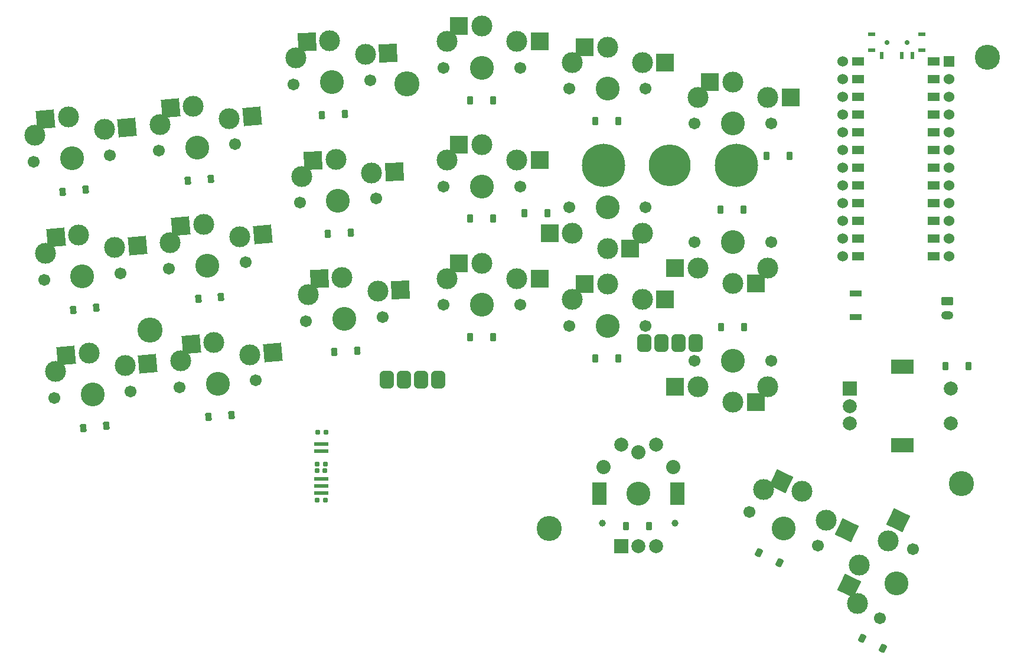
<source format=gbs>
G04 #@! TF.GenerationSoftware,KiCad,Pcbnew,8.0.5*
G04 #@! TF.CreationDate,2024-10-04T22:09:34+02:00*
G04 #@! TF.ProjectId,hookah,686f6f6b-6168-42e6-9b69-6361645f7063,1*
G04 #@! TF.SameCoordinates,Original*
G04 #@! TF.FileFunction,Soldermask,Bot*
G04 #@! TF.FilePolarity,Negative*
%FSLAX46Y46*%
G04 Gerber Fmt 4.6, Leading zero omitted, Abs format (unit mm)*
G04 Created by KiCad (PCBNEW 8.0.5) date 2024-10-04 22:09:34*
%MOMM*%
%LPD*%
G01*
G04 APERTURE LIST*
G04 Aperture macros list*
%AMRoundRect*
0 Rectangle with rounded corners*
0 $1 Rounding radius*
0 $2 $3 $4 $5 $6 $7 $8 $9 X,Y pos of 4 corners*
0 Add a 4 corners polygon primitive as box body*
4,1,4,$2,$3,$4,$5,$6,$7,$8,$9,$2,$3,0*
0 Add four circle primitives for the rounded corners*
1,1,$1+$1,$2,$3*
1,1,$1+$1,$4,$5*
1,1,$1+$1,$6,$7*
1,1,$1+$1,$8,$9*
0 Add four rect primitives between the rounded corners*
20,1,$1+$1,$2,$3,$4,$5,0*
20,1,$1+$1,$4,$5,$6,$7,0*
20,1,$1+$1,$6,$7,$8,$9,0*
20,1,$1+$1,$8,$9,$2,$3,0*%
%AMRotRect*
0 Rectangle, with rotation*
0 The origin of the aperture is its center*
0 $1 length*
0 $2 width*
0 $3 Rotation angle, in degrees counterclockwise*
0 Add horizontal line*
21,1,$1,$2,0,0,$3*%
%AMFreePoly0*
4,1,6,0.600000,0.200000,0.000000,-0.400000,-0.600000,0.200000,-0.600000,0.400000,0.600000,0.400000,0.600000,0.200000,0.600000,0.200000,$1*%
%AMFreePoly1*
4,1,6,0.600000,-0.250000,-0.600000,-0.250000,-0.600000,1.000000,0.000000,0.400000,0.600000,1.000000,0.600000,-0.250000,0.600000,-0.250000,$1*%
G04 Aperture macros list end*
%ADD10C,0.200000*%
%ADD11RoundRect,0.225000X0.225000X0.375000X-0.225000X0.375000X-0.225000X-0.375000X0.225000X-0.375000X0*%
%ADD12C,1.701800*%
%ADD13C,3.000000*%
%ADD14C,3.429000*%
%ADD15R,2.600000X2.600000*%
%ADD16RotRect,2.600000X2.600000X244.000000*%
%ADD17RoundRect,0.225000X0.191460X0.393183X-0.256827X0.353963X-0.191460X-0.393183X0.256827X-0.353963X0*%
%ADD18RoundRect,0.225000X0.366618X0.238414X-0.037839X0.435681X-0.366618X-0.238414X0.037839X-0.435681X0*%
%ADD19RotRect,2.600000X2.600000X183.000000*%
%ADD20R,2.000000X2.000000*%
%ADD21C,2.000000*%
%ADD22R,3.200000X2.000000*%
%ADD23RotRect,2.600000X2.600000X185.000000*%
%ADD24C,3.600000*%
%ADD25C,1.524000*%
%ADD26R,1.524000X1.524000*%
%ADD27FreePoly0,270.000000*%
%ADD28FreePoly0,90.000000*%
%ADD29FreePoly1,90.000000*%
%ADD30FreePoly1,270.000000*%
%ADD31R,2.000000X3.200000*%
%ADD32C,0.700000*%
%ADD33RotRect,2.600000X2.600000X154.000000*%
%ADD34RoundRect,0.225000X0.205066X0.386262X-0.244318X0.362710X-0.205066X-0.386262X0.244318X-0.362710X0*%
%ADD35RoundRect,0.225000X0.231510X0.371016X-0.218421X0.378870X-0.231510X-0.371016X0.218421X-0.378870X0*%
%ADD36RoundRect,0.250000X-0.625000X0.350000X-0.625000X-0.350000X0.625000X-0.350000X0.625000X0.350000X0*%
%ADD37O,1.750000X1.200000*%
%ADD38C,6.200000*%
%ADD39C,6.000000*%
%ADD40RoundRect,0.500000X0.500000X-0.750000X0.500000X0.750000X-0.500000X0.750000X-0.500000X-0.750000X0*%
%ADD41C,0.990600*%
%ADD42C,2.032000*%
%ADD43RoundRect,0.160000X-0.197500X-0.160000X0.197500X-0.160000X0.197500X0.160000X-0.197500X0.160000X0*%
%ADD44R,1.000000X0.600000*%
%ADD45R,1.100000X0.600000*%
%ADD46R,0.600000X1.000000*%
%ADD47RoundRect,0.155000X0.212500X0.155000X-0.212500X0.155000X-0.212500X-0.155000X0.212500X-0.155000X0*%
%ADD48R,2.000000X0.610000*%
%ADD49RoundRect,0.160000X0.197500X0.160000X-0.197500X0.160000X-0.197500X-0.160000X0.197500X-0.160000X0*%
%ADD50R,1.700000X0.900000*%
G04 APERTURE END LIST*
D10*
X178663786Y-42304555D02*
X177647786Y-42304555D01*
X177647786Y-41288555D01*
X178663786Y-41288555D01*
X178663786Y-42304555D01*
G36*
X178663786Y-42304555D02*
G01*
X177647786Y-42304555D01*
X177647786Y-41288555D01*
X178663786Y-41288555D01*
X178663786Y-42304555D01*
G37*
X178663786Y-44844555D02*
X177647786Y-44844555D01*
X177647786Y-43828555D01*
X178663786Y-43828555D01*
X178663786Y-44844555D01*
G36*
X178663786Y-44844555D02*
G01*
X177647786Y-44844555D01*
X177647786Y-43828555D01*
X178663786Y-43828555D01*
X178663786Y-44844555D01*
G37*
X178663786Y-47384555D02*
X177647786Y-47384555D01*
X177647786Y-46368555D01*
X178663786Y-46368555D01*
X178663786Y-47384555D01*
G36*
X178663786Y-47384555D02*
G01*
X177647786Y-47384555D01*
X177647786Y-46368555D01*
X178663786Y-46368555D01*
X178663786Y-47384555D01*
G37*
X178663786Y-49924555D02*
X177647786Y-49924555D01*
X177647786Y-48908555D01*
X178663786Y-48908555D01*
X178663786Y-49924555D01*
G36*
X178663786Y-49924555D02*
G01*
X177647786Y-49924555D01*
X177647786Y-48908555D01*
X178663786Y-48908555D01*
X178663786Y-49924555D01*
G37*
X178663786Y-52464555D02*
X177647786Y-52464555D01*
X177647786Y-51448555D01*
X178663786Y-51448555D01*
X178663786Y-52464555D01*
G36*
X178663786Y-52464555D02*
G01*
X177647786Y-52464555D01*
X177647786Y-51448555D01*
X178663786Y-51448555D01*
X178663786Y-52464555D01*
G37*
X178663786Y-55004554D02*
X177647786Y-55004555D01*
X177647786Y-53988555D01*
X178663786Y-53988555D01*
X178663786Y-55004554D01*
G36*
X178663786Y-55004554D02*
G01*
X177647786Y-55004555D01*
X177647786Y-53988555D01*
X178663786Y-53988555D01*
X178663786Y-55004554D01*
G37*
X178663786Y-57544555D02*
X177647786Y-57544555D01*
X177647786Y-56528555D01*
X178663786Y-56528555D01*
X178663786Y-57544555D01*
G36*
X178663786Y-57544555D02*
G01*
X177647786Y-57544555D01*
X177647786Y-56528555D01*
X178663786Y-56528555D01*
X178663786Y-57544555D01*
G37*
X178663786Y-60084555D02*
X177647786Y-60084555D01*
X177647786Y-59068555D01*
X178663786Y-59068555D01*
X178663786Y-60084555D01*
G36*
X178663786Y-60084555D02*
G01*
X177647786Y-60084555D01*
X177647786Y-59068555D01*
X178663786Y-59068555D01*
X178663786Y-60084555D01*
G37*
X178663786Y-62624555D02*
X177647786Y-62624555D01*
X177647786Y-61608555D01*
X178663786Y-61608555D01*
X178663786Y-62624555D01*
G36*
X178663786Y-62624555D02*
G01*
X177647786Y-62624555D01*
X177647786Y-61608555D01*
X178663786Y-61608555D01*
X178663786Y-62624555D01*
G37*
X178663786Y-65164555D02*
X177647786Y-65164555D01*
X177647786Y-64148555D01*
X178663786Y-64148555D01*
X178663786Y-65164555D01*
G36*
X178663786Y-65164555D02*
G01*
X177647786Y-65164555D01*
X177647786Y-64148555D01*
X178663786Y-64148555D01*
X178663786Y-65164555D01*
G37*
X178663786Y-67704555D02*
X177647786Y-67704555D01*
X177647786Y-66688555D01*
X178663786Y-66688555D01*
X178663786Y-67704555D01*
G36*
X178663786Y-67704555D02*
G01*
X177647786Y-67704555D01*
X177647786Y-66688555D01*
X178663786Y-66688555D01*
X178663786Y-67704555D01*
G37*
X178663786Y-70244555D02*
X177647786Y-70244555D01*
X177647786Y-69228555D01*
X178663786Y-69228555D01*
X178663786Y-70244555D01*
G36*
X178663786Y-70244555D02*
G01*
X177647786Y-70244555D01*
X177647786Y-69228555D01*
X178663786Y-69228555D01*
X178663786Y-70244555D01*
G37*
X189839786Y-42304555D02*
X188823786Y-42304555D01*
X188823786Y-41288555D01*
X189839786Y-41288555D01*
X189839786Y-42304555D01*
G36*
X189839786Y-42304555D02*
G01*
X188823786Y-42304555D01*
X188823786Y-41288555D01*
X189839786Y-41288555D01*
X189839786Y-42304555D01*
G37*
X189839786Y-44844555D02*
X188823786Y-44844555D01*
X188823786Y-43828555D01*
X189839786Y-43828555D01*
X189839786Y-44844555D01*
G36*
X189839786Y-44844555D02*
G01*
X188823786Y-44844555D01*
X188823786Y-43828555D01*
X189839786Y-43828555D01*
X189839786Y-44844555D01*
G37*
X189839786Y-47384555D02*
X188823786Y-47384555D01*
X188823786Y-46368555D01*
X189839786Y-46368555D01*
X189839786Y-47384555D01*
G36*
X189839786Y-47384555D02*
G01*
X188823786Y-47384555D01*
X188823786Y-46368555D01*
X189839786Y-46368555D01*
X189839786Y-47384555D01*
G37*
X189839786Y-49924555D02*
X188823786Y-49924555D01*
X188823786Y-48908555D01*
X189839786Y-48908555D01*
X189839786Y-49924555D01*
G36*
X189839786Y-49924555D02*
G01*
X188823786Y-49924555D01*
X188823786Y-48908555D01*
X189839786Y-48908555D01*
X189839786Y-49924555D01*
G37*
X189839786Y-52464555D02*
X188823786Y-52464555D01*
X188823786Y-51448555D01*
X189839786Y-51448555D01*
X189839786Y-52464555D01*
G36*
X189839786Y-52464555D02*
G01*
X188823786Y-52464555D01*
X188823786Y-51448555D01*
X189839786Y-51448555D01*
X189839786Y-52464555D01*
G37*
X189839786Y-55004555D02*
X188823786Y-55004555D01*
X188823786Y-53988555D01*
X189839786Y-53988555D01*
X189839786Y-55004555D01*
G36*
X189839786Y-55004555D02*
G01*
X188823786Y-55004555D01*
X188823786Y-53988555D01*
X189839786Y-53988555D01*
X189839786Y-55004555D01*
G37*
X189839786Y-57544555D02*
X188823786Y-57544555D01*
X188823786Y-56528556D01*
X189839786Y-56528555D01*
X189839786Y-57544555D01*
G36*
X189839786Y-57544555D02*
G01*
X188823786Y-57544555D01*
X188823786Y-56528556D01*
X189839786Y-56528555D01*
X189839786Y-57544555D01*
G37*
X189839786Y-60084555D02*
X188823786Y-60084555D01*
X188823786Y-59068555D01*
X189839786Y-59068555D01*
X189839786Y-60084555D01*
G36*
X189839786Y-60084555D02*
G01*
X188823786Y-60084555D01*
X188823786Y-59068555D01*
X189839786Y-59068555D01*
X189839786Y-60084555D01*
G37*
X189839786Y-62624555D02*
X188823786Y-62624555D01*
X188823786Y-61608555D01*
X189839786Y-61608555D01*
X189839786Y-62624555D01*
G36*
X189839786Y-62624555D02*
G01*
X188823786Y-62624555D01*
X188823786Y-61608555D01*
X189839786Y-61608555D01*
X189839786Y-62624555D01*
G37*
X189839786Y-65164555D02*
X188823786Y-65164555D01*
X188823786Y-64148555D01*
X189839786Y-64148555D01*
X189839786Y-65164555D01*
G36*
X189839786Y-65164555D02*
G01*
X188823786Y-65164555D01*
X188823786Y-64148555D01*
X189839786Y-64148555D01*
X189839786Y-65164555D01*
G37*
X189839786Y-67704555D02*
X188823786Y-67704555D01*
X188823786Y-66688555D01*
X189839786Y-66688555D01*
X189839786Y-67704555D01*
G36*
X189839786Y-67704555D02*
G01*
X188823786Y-67704555D01*
X188823786Y-66688555D01*
X189839786Y-66688555D01*
X189839786Y-67704555D01*
G37*
X189839786Y-70244555D02*
X188823786Y-70244555D01*
X188823786Y-69228555D01*
X189839786Y-69228555D01*
X189839786Y-70244555D01*
G36*
X189839786Y-70244555D02*
G01*
X188823786Y-70244555D01*
X188823786Y-69228555D01*
X189839786Y-69228555D01*
X189839786Y-70244555D01*
G37*
D11*
X143990195Y-84364247D03*
X140690195Y-84364247D03*
D12*
X136902587Y-79712665D03*
X136902587Y-79712665D03*
D13*
X137402586Y-75962665D03*
X142402587Y-73762665D03*
D14*
X142402587Y-79712665D03*
X142402587Y-79712665D03*
X142402587Y-79712665D03*
D13*
X147402587Y-75962665D03*
D12*
X147902587Y-79712665D03*
X147902587Y-79712665D03*
D15*
X139127587Y-73762665D03*
X150677587Y-75962665D03*
D11*
X125990201Y-81364252D03*
X122690201Y-81364252D03*
D12*
X147902585Y-62712667D03*
X147902585Y-62712667D03*
D13*
X147402586Y-66462667D03*
X142402585Y-68662667D03*
D14*
X142402585Y-62712667D03*
X142402585Y-62712667D03*
X142402585Y-62712667D03*
D13*
X137402585Y-66462667D03*
D12*
X136902585Y-62712667D03*
X136902585Y-62712667D03*
D15*
X145677585Y-68662667D03*
X134127585Y-66462667D03*
D12*
X181432463Y-121610040D03*
X181432463Y-121610040D03*
D13*
X178281171Y-119516752D03*
X178495680Y-114058365D03*
D14*
X183843504Y-116666673D03*
X183843504Y-116666673D03*
X183843504Y-116666673D03*
D13*
X182664882Y-110528811D03*
D12*
X186254546Y-111723306D03*
X186254546Y-111723306D03*
D16*
X177060014Y-117001915D03*
X184100548Y-107585261D03*
D17*
X85544408Y-58640577D03*
X82256966Y-58928191D03*
D18*
X167053401Y-113653133D03*
X164087381Y-112206509D03*
D12*
X98299887Y-62058696D03*
X98299887Y-62058696D03*
D13*
X98602941Y-58287667D03*
X103480950Y-55829002D03*
D14*
X103792349Y-61770848D03*
X103792349Y-61770848D03*
X103792349Y-61770848D03*
D13*
X108589237Y-57764307D03*
D12*
X109284811Y-61483000D03*
X109284811Y-61483000D03*
D19*
X100210439Y-56000402D03*
X111859749Y-57592907D03*
D20*
X177170998Y-88712600D03*
D21*
X177170998Y-93712600D03*
X177170998Y-91212601D03*
D22*
X184670997Y-96812600D03*
X184670999Y-85612600D03*
D21*
X191670998Y-93712600D03*
X191670998Y-88712600D03*
D12*
X63110147Y-90063842D03*
X63110147Y-90063842D03*
D13*
X63281407Y-86284535D03*
X68070642Y-83657127D03*
D14*
X68589219Y-89584486D03*
X68589219Y-89584486D03*
X68589219Y-89584486D03*
D13*
X73243358Y-85412977D03*
D12*
X74068290Y-89105129D03*
X74068290Y-89105129D03*
D23*
X64808105Y-83942566D03*
X76505896Y-85127542D03*
D17*
X70576199Y-94080000D03*
X67288757Y-94367614D03*
D12*
X97410177Y-45081993D03*
X97410177Y-45081993D03*
D13*
X97713231Y-41310964D03*
X102591240Y-38852299D03*
D14*
X102902639Y-44794145D03*
X102902639Y-44794145D03*
X102902639Y-44794145D03*
D13*
X107699527Y-40787604D03*
D12*
X108395101Y-44506297D03*
X108395101Y-44506297D03*
D19*
X99320729Y-39023699D03*
X110970039Y-40616204D03*
D24*
X113677886Y-45009657D03*
D11*
X168515598Y-55373200D03*
X165215598Y-55373200D03*
D17*
X87026055Y-75575887D03*
X83738613Y-75863501D03*
D24*
X193179998Y-102337800D03*
D12*
X61628498Y-73128534D03*
X61628498Y-73128534D03*
D13*
X61799758Y-69349227D03*
X66588993Y-66721819D03*
D14*
X67107570Y-72649178D03*
X67107570Y-72649178D03*
X67107570Y-72649178D03*
D13*
X71761709Y-68477669D03*
D12*
X72586641Y-72169821D03*
X72586641Y-72169821D03*
D23*
X63326456Y-67007258D03*
X75024247Y-68192234D03*
D25*
X191363786Y-41796555D03*
D26*
X191363786Y-41796555D03*
D27*
X189585786Y-41796555D03*
D28*
X177901786Y-41796555D03*
D25*
X176123786Y-41796555D03*
X191363786Y-44336555D03*
D27*
X189585786Y-44336555D03*
D28*
X177901786Y-44336555D03*
D25*
X176123786Y-44336555D03*
X191363786Y-46876555D03*
D27*
X189585786Y-46876555D03*
D28*
X177901786Y-46876555D03*
D25*
X176123786Y-46876555D03*
X191363786Y-49416555D03*
D27*
X189585786Y-49416555D03*
D28*
X177901786Y-49416555D03*
D25*
X176123786Y-49416555D03*
D27*
X189585786Y-51956555D03*
D28*
X177901786Y-51956555D03*
D25*
X176123786Y-51956555D03*
X191363786Y-51956556D03*
X191363786Y-54496554D03*
D27*
X189585786Y-54496555D03*
D28*
X177901786Y-54496555D03*
D25*
X176123786Y-54496555D03*
X191363786Y-57036555D03*
D27*
X189585786Y-57036555D03*
D28*
X177901786Y-57036555D03*
D25*
X176123786Y-57036556D03*
X176123786Y-59576554D03*
X191363786Y-59576555D03*
D27*
X189585786Y-59576555D03*
D28*
X177901786Y-59576555D03*
D25*
X191363786Y-62116555D03*
D27*
X189585786Y-62116555D03*
D28*
X177901786Y-62116555D03*
D25*
X176123786Y-62116555D03*
X191363786Y-64656555D03*
D27*
X189585786Y-64656555D03*
D28*
X177901786Y-64656555D03*
D25*
X176123786Y-64656555D03*
X191363786Y-67196555D03*
D27*
X189585786Y-67196555D03*
D28*
X177901786Y-67196555D03*
D25*
X176123786Y-67196555D03*
X191363786Y-69736555D03*
D27*
X189585786Y-69736555D03*
D28*
X177901786Y-69736555D03*
D25*
X176123786Y-69736555D03*
D29*
X178917786Y-41796555D03*
X178917786Y-44336555D03*
X178917786Y-46876555D03*
X178917786Y-49416555D03*
X178917786Y-51956555D03*
X178917786Y-54496555D03*
X178917786Y-57036555D03*
X178917786Y-59576555D03*
X178917786Y-62116555D03*
X178917786Y-64656555D03*
X178917786Y-67196555D03*
X178917786Y-69736555D03*
D30*
X188569786Y-69736555D03*
X188569786Y-67196555D03*
X188569786Y-64656555D03*
X188569786Y-62116555D03*
X188569786Y-59576555D03*
X188569786Y-57036555D03*
X188569786Y-54496555D03*
X188569786Y-51956555D03*
X188569786Y-49416555D03*
X188569786Y-46876555D03*
X188569786Y-44336555D03*
X188569786Y-41796555D03*
D20*
X144373045Y-111287550D03*
D21*
X149373045Y-111287550D03*
X146873046Y-111287550D03*
D31*
X152473045Y-103787551D03*
X141273045Y-103787549D03*
D21*
X149373045Y-96787550D03*
X144373045Y-96787550D03*
D32*
X185356799Y-39091801D03*
X182456799Y-39091801D03*
D12*
X118902592Y-76712666D03*
X118902592Y-76712666D03*
D13*
X119402592Y-72962666D03*
X124402592Y-70762666D03*
D14*
X124402592Y-76712666D03*
X124402592Y-76712666D03*
X124402592Y-76712666D03*
D13*
X129402592Y-72962666D03*
D12*
X129902592Y-76712666D03*
X129902592Y-76712666D03*
D15*
X121127592Y-70762666D03*
X132677592Y-72962666D03*
D24*
X76847998Y-80316000D03*
D12*
X99189602Y-79035398D03*
X99189602Y-79035398D03*
D13*
X99492656Y-75264369D03*
X104370665Y-72805704D03*
D14*
X104682064Y-78747550D03*
X104682064Y-78747550D03*
X104682064Y-78747550D03*
D13*
X109478952Y-74741009D03*
D12*
X110174526Y-78459702D03*
X110174526Y-78459702D03*
D19*
X101100154Y-72977104D03*
X112749464Y-74569609D03*
D12*
X78078354Y-54624419D03*
X78078354Y-54624419D03*
D13*
X78249614Y-50845112D03*
X83038849Y-48217704D03*
D14*
X83557426Y-54145063D03*
X83557426Y-54145063D03*
X83557426Y-54145063D03*
D13*
X88211565Y-49973554D03*
D12*
X89036497Y-53665706D03*
X89036497Y-53665706D03*
D23*
X79776312Y-48503143D03*
X91474103Y-49688119D03*
D24*
X134099598Y-108764000D03*
D11*
X125990200Y-64364252D03*
X122690200Y-64364252D03*
D12*
X118902589Y-42712668D03*
X118902589Y-42712668D03*
D13*
X119402589Y-38962668D03*
X124402589Y-36762668D03*
D14*
X124402589Y-42712668D03*
X124402589Y-42712668D03*
X124402589Y-42712668D03*
D13*
X129402589Y-38962668D03*
D12*
X129902589Y-42712668D03*
X129902589Y-42712668D03*
D15*
X121127589Y-36762668D03*
X132677589Y-38962668D03*
D17*
X69094551Y-77144691D03*
X65807109Y-77432305D03*
D11*
X161962398Y-79935000D03*
X158662398Y-79935000D03*
D12*
X162722221Y-106365315D03*
X162722221Y-106365315D03*
D13*
X164815509Y-103214023D03*
X170273896Y-103428532D03*
D14*
X167665588Y-108776356D03*
X167665588Y-108776356D03*
X167665588Y-108776356D03*
D13*
X173803450Y-107597734D03*
D12*
X172608955Y-111187398D03*
X172608955Y-111187398D03*
D33*
X167330346Y-101992866D03*
X176747000Y-109033400D03*
D12*
X79560005Y-71559729D03*
X79560005Y-71559729D03*
D13*
X79731265Y-67780422D03*
X84520500Y-65153014D03*
D14*
X85039077Y-71080373D03*
X85039077Y-71080373D03*
X85039077Y-71080373D03*
D13*
X89693216Y-66908864D03*
D12*
X90518148Y-70601016D03*
X90518148Y-70601016D03*
D23*
X81257963Y-65438453D03*
X92955754Y-66623429D03*
D12*
X118902588Y-59712669D03*
X118902588Y-59712669D03*
D13*
X119402588Y-55962669D03*
X124402588Y-53762669D03*
D14*
X124402588Y-59712669D03*
X124402588Y-59712669D03*
X124402588Y-59712669D03*
D13*
X129402588Y-55962669D03*
D12*
X129902588Y-59712669D03*
X129902588Y-59712669D03*
D15*
X121127588Y-53762669D03*
X132677588Y-55962669D03*
D34*
X106510940Y-83309670D03*
X103215462Y-83482378D03*
D12*
X81041649Y-88495040D03*
X81041649Y-88495040D03*
D13*
X81212909Y-84715733D03*
X86002144Y-82088325D03*
D14*
X86520721Y-88015684D03*
X86520721Y-88015684D03*
X86520721Y-88015684D03*
D13*
X91174860Y-83844175D03*
D12*
X91999792Y-87536327D03*
X91999792Y-87536327D03*
D23*
X82739607Y-82373764D03*
X94437398Y-83558740D03*
D35*
X148379235Y-108466130D03*
X145079737Y-108408538D03*
D11*
X161911598Y-63069400D03*
X158611598Y-63069400D03*
D12*
X60146852Y-56193224D03*
X60146852Y-56193224D03*
D13*
X60318112Y-52413917D03*
X65107347Y-49786509D03*
D14*
X65625924Y-55713868D03*
X65625924Y-55713868D03*
X65625924Y-55713868D03*
D13*
X70280063Y-51542359D03*
D12*
X71104995Y-55234511D03*
X71104995Y-55234511D03*
D23*
X61844810Y-50071948D03*
X73542601Y-51256924D03*
D11*
X133845598Y-63602800D03*
X130545598Y-63602800D03*
D18*
X181906765Y-125977514D03*
X178940745Y-124530890D03*
D36*
X191147998Y-76201200D03*
D37*
X191147998Y-78201200D03*
D12*
X165902591Y-67712668D03*
X165902591Y-67712668D03*
D13*
X165402591Y-71462669D03*
X160402591Y-73662669D03*
D14*
X160402591Y-67712669D03*
X160402591Y-67712669D03*
X160402591Y-67712669D03*
D13*
X155402591Y-71462669D03*
D12*
X154902591Y-67712669D03*
X154902591Y-67712669D03*
D15*
X163677591Y-73662669D03*
X152127591Y-71462669D03*
D12*
X165902588Y-84712668D03*
X165902588Y-84712668D03*
D13*
X165402588Y-88462669D03*
X160402588Y-90662669D03*
D14*
X160402588Y-84712669D03*
X160402588Y-84712669D03*
X160402588Y-84712669D03*
D13*
X155402588Y-88462669D03*
D12*
X154902588Y-84712669D03*
X154902588Y-84712669D03*
D15*
X163677588Y-90662669D03*
X152127588Y-88462669D03*
D38*
X141871598Y-56744800D03*
D39*
X151371598Y-56744800D03*
D38*
X160871598Y-56744800D03*
D12*
X154902589Y-50712669D03*
X154902589Y-50712669D03*
D13*
X155402589Y-46962668D03*
X160402589Y-44762668D03*
D14*
X160402589Y-50712668D03*
X160402589Y-50712668D03*
X160402589Y-50712668D03*
D13*
X165402589Y-46962668D03*
D12*
X165902589Y-50712668D03*
X165902589Y-50712668D03*
D15*
X157127589Y-44762668D03*
X168677589Y-46962668D03*
D12*
X136902589Y-45712668D03*
X136902589Y-45712668D03*
D13*
X137402588Y-41962668D03*
X142402589Y-39762668D03*
D14*
X142402589Y-45712668D03*
X142402589Y-45712668D03*
X142402589Y-45712668D03*
D13*
X147402589Y-41962668D03*
D12*
X147902589Y-45712668D03*
X147902589Y-45712668D03*
D15*
X139127589Y-39762668D03*
X150677589Y-41962668D03*
D11*
X143990197Y-50364250D03*
X140690197Y-50364250D03*
D24*
X196888398Y-41174600D03*
D40*
X155071998Y-82221800D03*
X152621998Y-82221800D03*
X150171998Y-82221800D03*
X147721998Y-82221800D03*
D17*
X67612902Y-60209381D03*
X64325460Y-60496995D03*
D34*
X105621228Y-66332968D03*
X102325750Y-66505676D03*
D11*
X125990199Y-47364251D03*
X122690199Y-47364251D03*
D12*
X152373045Y-103787550D03*
D41*
X152093045Y-107987550D03*
D14*
X146873045Y-103787550D03*
D41*
X141653045Y-107987550D03*
D12*
X141373045Y-103787550D03*
D42*
X146873045Y-97887550D03*
X151873045Y-99987550D03*
X141873045Y-99987550D03*
D34*
X104731519Y-49356264D03*
X101436041Y-49528972D03*
D17*
X88507703Y-92511197D03*
X85220261Y-92798811D03*
D43*
X100767072Y-104700000D03*
X101962072Y-104700000D03*
D40*
X110817198Y-87404600D03*
X113267198Y-87404600D03*
X115717198Y-87404600D03*
X118167198Y-87404600D03*
D44*
X180309399Y-37945199D03*
D45*
X187509399Y-37945200D03*
D32*
X185359399Y-39088200D03*
X182459399Y-39088200D03*
D44*
X187509399Y-40231200D03*
D45*
X180309399Y-40231200D03*
D46*
X181709399Y-40938200D03*
X184609400Y-40938200D03*
X186109400Y-40938200D03*
D47*
X101926498Y-100509000D03*
X100791498Y-100509000D03*
D48*
X101417198Y-103654600D03*
X101417198Y-102654600D03*
X101417198Y-101654600D03*
X101417198Y-97654600D03*
X101417198Y-96654600D03*
D43*
X100888498Y-94997200D03*
X102083498Y-94997200D03*
D49*
X101943198Y-99569200D03*
X100748198Y-99569200D03*
D50*
X178016198Y-78434600D03*
X178016198Y-75034600D03*
D11*
X194144198Y-85523000D03*
X190844198Y-85523000D03*
M02*

</source>
